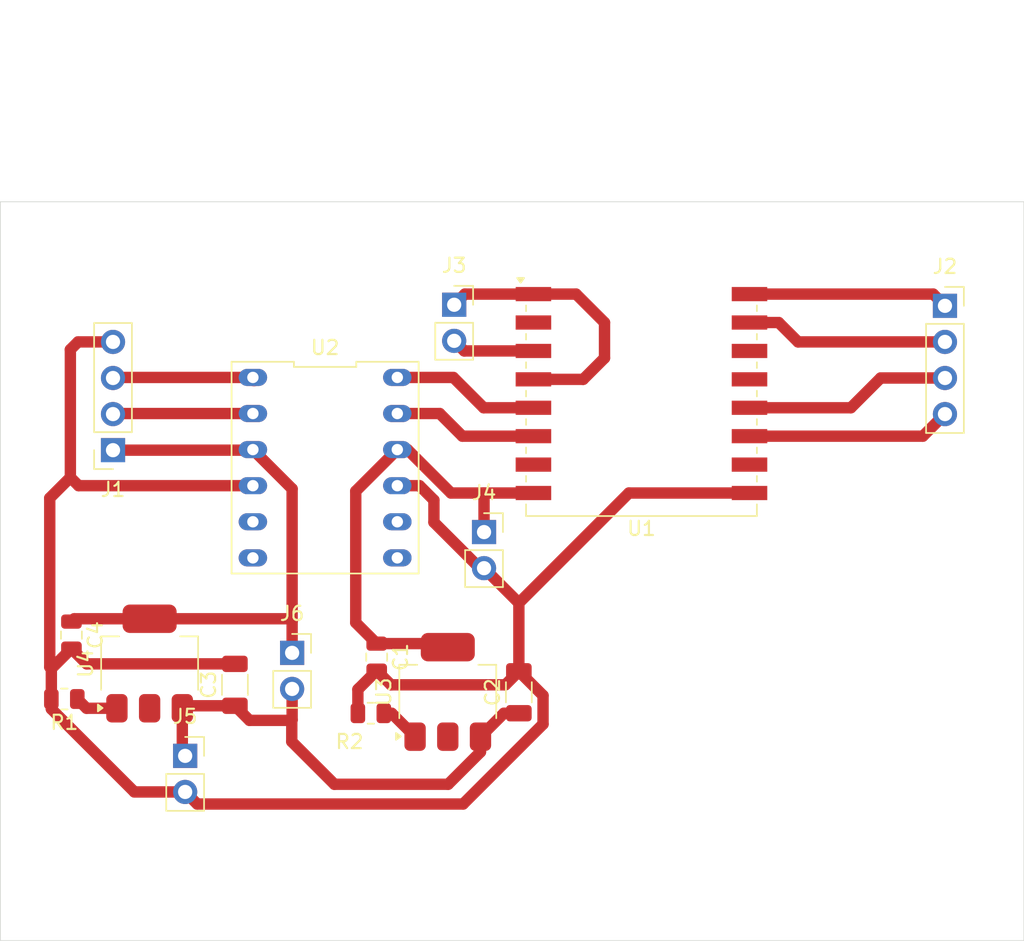
<source format=kicad_pcb>
(kicad_pcb (version 20241229) (generator "pcbnew") (generator_version "9.0")
  (layers (0 "F.Cu" signal) (2 "B.Cu" signal) (13 "F.Paste" user) (15 "B.Paste" user) (5 "F.SilkS" user "F.Silkscreen") (7 "B.SilkS" user "B.Silkscreen") (1 "F.Mask" user) (3 "B.Mask" user) (25 "Edge.Cuts" user))
  (net 0 "")
  (net 1 "GND")
  (net 2 "ECHO H")
  (net 3 "TRIG H")
  (net 4 "+5V")
  (net 5 "GPIO2")
  (net 6 "RX")
  (net 7 "EN")
  (net 8 "TX")
  (net 9 "GPIO0")
  (net 10 "+3.3V")
  (net 11 "RST")
  (net 13 "TRIG L")
  (net 15 "ECHO L")
  (net 23 "VCC")
  (net 24 "Net-(U4-GND)")
  (net 25 "Net-(U3-GND)")
  (footprint "Connector_PinSocket_2.54mm:PinSocket_1x02_P2.54mm_Vertical" (layer "F.Cu") (at 46.525 35.75)
    (property "Reference" "J4" (at 0 -2.77 0) (layer "F.SilkS"))
    (property "Value" "Power 3V")
    (fp_line (start -1.33 1.27) (end -1.33 3.87) (stroke (width 0.12)) (layer "F.SilkS"))
    (fp_line (start -1.33 1.27) (end 1.33 1.27) (stroke (width 0.12)) (layer "F.SilkS"))
    (fp_line (start -1.33 3.87) (end 1.33 3.87) (stroke (width 0.12)) (layer "F.SilkS"))
    (fp_line (start 0 -1.33) (end 1.33 -1.33) (stroke (width 0.12)) (layer "F.SilkS"))
    (fp_line (start 1.33 -1.33) (end 1.33 0) (stroke (width 0.12)) (layer "F.SilkS"))
    (fp_line (start 1.33 1.27) (end 1.33 3.87) (stroke (width 0.12)) (layer "F.SilkS"))
    (pad "1" thru_hole rect (at 0 0) (size 1.7 1.7) (drill 1) (layers "*.Cu" "*.Mask") (net 10 "+3.3V"))
    (pad "2" thru_hole circle (at 0 2.54) (size 1.7 1.7) (drill 1) (layers "*.Cu" "*.Mask") (net 1 "GND"))
  )
  (footprint "Connector_PinSocket_2.54mm:PinSocket_1x02_P2.54mm_Vertical" (layer "F.Cu") (at 25.5 51.5)
    (property "Reference" "J5" (at 0 -2.77 0) (layer "F.SilkS"))
    (property "Value" "Power EXT")
    (fp_line (start -1.33 1.27) (end -1.33 3.87) (stroke (width 0.12)) (layer "F.SilkS"))
    (fp_line (start -1.33 1.27) (end 1.33 1.27) (stroke (width 0.12)) (layer "F.SilkS"))
    (fp_line (start -1.33 3.87) (end 1.33 3.87) (stroke (width 0.12)) (layer "F.SilkS"))
    (fp_line (start 0 -1.33) (end 1.33 -1.33) (stroke (width 0.12)) (layer "F.SilkS"))
    (fp_line (start 1.33 -1.33) (end 1.33 0) (stroke (width 0.12)) (layer "F.SilkS"))
    (fp_line (start 1.33 1.27) (end 1.33 3.87) (stroke (width 0.12)) (layer "F.SilkS"))
    (pad "1" thru_hole rect (at 0 0) (size 1.7 1.7) (drill 1) (layers "*.Cu" "*.Mask") (net 23 "VCC"))
    (pad "2" thru_hole circle (at 0 2.54) (size 1.7 1.7) (drill 1) (layers "*.Cu" "*.Mask") (net 1 "GND"))
  )
  (footprint "Connector_PinSocket_2.54mm:PinSocket_1x04_P2.54mm_Vertical" (layer "F.Cu") (at 78.95 19.825)
    (property "Reference" "J2" (at 0 -2.77 0) (layer "F.SilkS"))
    (property "Value" "Programmer 1")
    (fp_line (start -1.33 1.27) (end -1.33 8.95) (stroke (width 0.12)) (layer "F.SilkS"))
    (fp_line (start -1.33 1.27) (end 1.33 1.27) (stroke (width 0.12)) (layer "F.SilkS"))
    (fp_line (start -1.33 8.95) (end 1.33 8.95) (stroke (width 0.12)) (layer "F.SilkS"))
    (fp_line (start 0 -1.33) (end 1.33 -1.33) (stroke (width 0.12)) (layer "F.SilkS"))
    (fp_line (start 1.33 -1.33) (end 1.33 0) (stroke (width 0.12)) (layer "F.SilkS"))
    (fp_line (start 1.33 1.27) (end 1.33 8.95) (stroke (width 0.12)) (layer "F.SilkS"))
    (pad "1" thru_hole rect (at 0 0) (size 1.7 1.7) (drill 1) (layers "*.Cu" "*.Mask") (net 8 "TX"))
    (pad "2" thru_hole circle (at 0 2.54) (size 1.7 1.7) (drill 1) (layers "*.Cu" "*.Mask") (net 6 "RX"))
    (pad "3" thru_hole circle (at 0 5.08) (size 1.7 1.7) (drill 1) (layers "*.Cu" "*.Mask") (net 9 "GPIO0"))
    (pad "4" thru_hole circle (at 0 7.62) (size 1.7 1.7) (drill 1) (layers "*.Cu" "*.Mask") (net 5 "GPIO2"))
  )
  (footprint "Connector_PinSocket_2.54mm:PinSocket_1x02_P2.54mm_Vertical" (layer "F.Cu") (at 44.425 19.75)
    (property "Reference" "J3" (at 0 -2.77 0) (layer "F.SilkS"))
    (property "Value" "Programmer 2")
    (fp_line (start -1.33 1.27) (end -1.33 3.87) (stroke (width 0.12)) (layer "F.SilkS"))
    (fp_line (start -1.33 1.27) (end 1.33 1.27) (stroke (width 0.12)) (layer "F.SilkS"))
    (fp_line (start -1.33 3.87) (end 1.33 3.87) (stroke (width 0.12)) (layer "F.SilkS"))
    (fp_line (start 0 -1.33) (end 1.33 -1.33) (stroke (width 0.12)) (layer "F.SilkS"))
    (fp_line (start 1.33 -1.33) (end 1.33 0) (stroke (width 0.12)) (layer "F.SilkS"))
    (fp_line (start 1.33 1.27) (end 1.33 3.87) (stroke (width 0.12)) (layer "F.SilkS"))
    (pad "1" thru_hole rect (at 0 0) (size 1.7 1.7) (drill 1) (layers "*.Cu" "*.Mask") (net 11 "RST"))
    (pad "2" thru_hole circle (at 0 2.54) (size 1.7 1.7) (drill 1) (layers "*.Cu" "*.Mask") (net 7 "EN"))
  )
  (footprint "Resistor_SMD:R_0805_2012Metric" (layer "F.Cu") (at 38.5625 48.5 180)
    (property "Reference" "R2" (at 1.5 -2 0) (layer "F.SilkS"))
    (property "Value" "200")
    (fp_line (start -0.227064 0.735) (end 0.227064 0.735) (stroke (width 0.12)) (layer "F.SilkS"))
    (fp_line (start -0.227064 -0.735) (end 0.227064 -0.735) (stroke (width 0.12)) (layer "F.SilkS"))
    (pad "1" smd roundrect (at -0.9125 0 180) (size 1.025 1.4) (layers "F.Cu" "F.Mask" "F.Paste") (roundrect_rratio 0.243902) (net 25 "Net-(U3-GND)"))
    (pad "2" smd roundrect (at 0.9125 0 180) (size 1.025 1.4) (layers "F.Cu" "F.Mask" "F.Paste") (roundrect_rratio 0.243902) (net 1 "GND"))
  )
  (footprint "RF_Module:ESP-07" (layer "F.Cu") (at 57.6 23.9)
    (property "Reference" "U1" (at 0 11.6 0) (layer "F.SilkS"))
    (property "Value" "ESP-07")
    (fp_line (start -8.12 -3.7) (end -8.12 -4.1) (stroke (width 0.12)) (layer "F.SilkS"))
    (fp_line (start -8.12 -1.7) (end -8.12 -2.1) (stroke (width 0.12)) (layer "F.SilkS"))
    (fp_line (start -8.12 0.3) (end -8.12 -0.1) (stroke (width 0.12)) (layer "F.SilkS"))
    (fp_line (start -8.12 2.3) (end -8.12 1.9) (stroke (width 0.12)) (layer "F.SilkS"))
    (fp_line (start -8.12 4.3) (end -8.12 3.9) (stroke (width 0.12)) (layer "F.SilkS"))
    (fp_line (start -8.12 6.3) (end -8.12 5.9) (stroke (width 0.12)) (layer "F.SilkS"))
    (fp_line (start -8.12 8.3) (end -8.12 7.9) (stroke (width 0.12)) (layer "F.SilkS"))
    (fp_line (start -8.12 10.72) (end -8.12 9.9) (stroke (width 0.12)) (layer "F.SilkS"))
    (fp_line (start 8.12 -3.7) (end 8.12 -4.1) (stroke (width 0.12)) (layer "F.SilkS"))
    (fp_line (start 8.12 -1.7) (end 8.12 -2.1) (stroke (width 0.12)) (layer "F.SilkS"))
    (fp_line (start 8.12 0.3) (end 8.12 -0.1) (stroke (width 0.12)) (layer "F.SilkS"))
    (fp_line (start 8.12 2.3) (end 8.12 1.9) (stroke (width 0.12)) (layer "F.SilkS"))
    (fp_line (start 8.12 4.3) (end 8.12 3.9) (stroke (width 0.12)) (layer "F.SilkS"))
    (fp_line (start 8.12 6.3) (end 8.12 5.9) (stroke (width 0.12)) (layer "F.SilkS"))
    (fp_line (start 8.12 8.3) (end 8.12 7.9) (stroke (width 0.12)) (layer "F.SilkS"))
    (fp_line (start 8.12 9.9) (end 8.12 10.72) (stroke (width 0.12)) (layer "F.SilkS"))
    (fp_line (start 8.12 10.72) (end -8.12 10.72) (stroke (width 0.12)) (layer "F.SilkS"))
    (fp_poly (pts (xy -8.5 -5.7) (xy -8.74 -6.036) (xy -8.26 -6.036) (xy -8.5 -5.7)) (stroke (width 0.12)) (fill yes) (layer "F.SilkS"))
    (pad "1" smd rect (at -7.6 -4.9) (size 2.5 1) (layers "F.Cu" "F.Mask" "F.Paste") (net 11 "RST"))
    (pad "2" smd rect (at -7.6 -2.9) (size 2.5 1) (layers "F.Cu" "F.Mask" "F.Paste"))
    (pad "3" smd rect (at -7.6 -0.9) (size 2.5 1) (layers "F.Cu" "F.Mask" "F.Paste") (net 7 "EN"))
    (pad "4" smd rect (at -7.6 1.1) (size 2.5 1) (layers "F.Cu" "F.Mask" "F.Paste") (net 11 "RST"))
    (pad "5" smd rect (at -7.6 3.1) (size 2.5 1) (layers "F.Cu" "F.Mask" "F.Paste") (net 15 "ECHO L"))
    (pad "6" smd rect (at -7.6 5.1) (size 2.5 1) (layers "F.Cu" "F.Mask" "F.Paste") (net 13 "TRIG L"))
    (pad "7" smd rect (at -7.6 7.1) (size 2.5 1) (layers "F.Cu" "F.Mask" "F.Paste"))
    (pad "8" smd rect (at -7.6 9.1) (size 2.5 1) (layers "F.Cu" "F.Mask" "F.Paste") (net 10 "+3.3V"))
    (pad "9" smd rect (at 7.6 9.1) (size 2.5 1) (layers "F.Cu" "F.Mask" "F.Paste") (net 1 "GND"))
    (pad "10" smd rect (at 7.6 7.1) (size 2.5 1) (layers "F.Cu" "F.Mask" "F.Paste"))
    (pad "11" smd rect (at 7.6 5.1) (size 2.5 1) (layers "F.Cu" "F.Mask" "F.Paste") (net 5 "GPIO2"))
    (pad "12" smd rect (at 7.6 3.1) (size 2.5 1) (layers "F.Cu" "F.Mask" "F.Paste") (net 9 "GPIO0"))
    (pad "13" smd rect (at 7.6 1.1) (size 2.5 1) (layers "F.Cu" "F.Mask" "F.Paste"))
    (pad "14" smd rect (at 7.6 -0.9) (size 2.5 1) (layers "F.Cu" "F.Mask" "F.Paste"))
    (pad "15" smd rect (at 7.6 -2.9) (size 2.5 1) (layers "F.Cu" "F.Mask" "F.Paste") (net 6 "RX"))
    (pad "16" smd rect (at 7.6 -4.9) (size 2.5 1) (layers "F.Cu" "F.Mask" "F.Paste") (net 8 "TX"))
  )
  (footprint "Capacitor_SMD:C_1206_3216Metric" (layer "F.Cu") (at 48.975 47.025 90)
    (property "Reference" "C2" (at 0 -1.85 90) (layer "F.SilkS"))
    (property "Value" "4.7uF")
    (fp_line (start -0.711252 -0.91) (end 0.711252 -0.91) (stroke (width 0.12)) (layer "F.SilkS"))
    (fp_line (start -0.711252 0.91) (end 0.711252 0.91) (stroke (width 0.12)) (layer "F.SilkS"))
    (pad "1" smd roundrect (at -1.475 0 90) (size 1.15 1.8) (layers "F.Cu" "F.Mask" "F.Paste") (roundrect_rratio 0.217391) (net 23 "VCC"))
    (pad "2" smd roundrect (at 1.475 0 90) (size 1.15 1.8) (layers "F.Cu" "F.Mask" "F.Paste") (roundrect_rratio 0.217391) (net 1 "GND"))
  )
  (footprint "Capacitor_SMD:C_0805_2012Metric" (layer "F.Cu") (at 17.5 43 -90)
    (property "Reference" "C4" (at 0 -1.68 90) (layer "F.SilkS"))
    (property "Value" "10uF")
    (fp_line (start -0.261252 0.735) (end 0.261252 0.735) (stroke (width 0.12)) (layer "F.SilkS"))
    (fp_line (start -0.261252 -0.735) (end 0.261252 -0.735) (stroke (width 0.12)) (layer "F.SilkS"))
    (pad "1" smd roundrect (at -0.95 0 270) (size 1 1.45) (layers "F.Cu" "F.Mask" "F.Paste") (net 4 "+5V"))
    (pad "2" smd roundrect (at 0.95 0 270) (size 1 1.45) (layers "F.Cu" "F.Mask" "F.Paste") (net 1 "GND"))
  )
  (footprint "personal:LogicLevelConverter_4CH" (layer "F.Cu") (at 35.345 31.215 -90)
    (property "Reference" "U2" (at -8.45 0 0) (layer "F.SilkS"))
    (property "Value" "~")
    (fp_line (start -7.45 6.58) (end 7.45 6.58) (stroke (width 0.12)) (layer "F.SilkS"))
    (fp_line (start 7.45 6.58) (end 7.45 -6.58) (stroke (width 0.12)) (layer "F.SilkS"))
    (fp_line (start -7.45 2.193333) (end -7.45 6.58) (stroke (width 0.12)) (layer "F.SilkS"))
    (fp_line (start -7.09 2.193333) (end -7.45 2.193333) (stroke (width 0.12)) (layer "F.SilkS"))
    (fp_line (start -7.45 -2.193333) (end -7.09 -2.193333) (stroke (width 0.12)) (layer "F.SilkS"))
    (fp_line (start -7.09 -2.193333) (end -7.09 2.193333) (stroke (width 0.12)) (layer "F.SilkS"))
    (fp_line (start -7.45 -6.58) (end -7.45 -2.193333) (stroke (width 0.12)) (layer "F.SilkS"))
    (fp_line (start 7.45 -6.58) (end -7.45 -6.58) (stroke (width 0.12)) (layer "F.SilkS"))
    (pad "1" thru_hole oval (at -6.35 5.08 270) (size 1.2 2) (drill 0.8) (layers "*.Cu" "*.Mask") (net 2 "ECHO H"))
    (pad "2" thru_hole oval (at -3.81 5.08 270) (size 1.2 2) (drill 0.8) (layers "*.Cu" "*.Mask") (net 3 "TRIG H"))
    (pad "3" thru_hole oval (at -1.27 5.08 270) (size 1.2 2) (drill 0.8) (layers "*.Cu" "*.Mask") (net 4 "+5V"))
    (pad "4" thru_hole oval (at 1.27 5.08 270) (size 1.2 2) (drill 0.8) (layers "*.Cu" "*.Mask") (net 1 "GND"))
    (pad "5" thru_hole oval (at 3.81 5.08 270) (size 1.2 2) (drill 0.8) (layers "*.Cu" "*.Mask"))
    (pad "6" thru_hole oval (at 6.35 5.08 270) (size 1.2 2) (drill 0.8) (layers "*.Cu" "*.Mask"))
    (pad "7" thru_hole oval (at 6.35 -5.08 270) (size 1.2 2) (drill 0.8) (layers "*.Cu" "*.Mask"))
    (pad "8" thru_hole oval (at 3.81 -5.08 270) (size 1.2 2) (drill 0.8) (layers "*.Cu" "*.Mask"))
    (pad "9" thru_hole oval (at 1.27 -5.08 270) (size 1.2 2) (drill 0.8) (layers "*.Cu" "*.Mask") (net 1 "GND"))
    (pad "10" thru_hole oval (at -1.27 -5.08 270) (size 1.2 2) (drill 0.8) (layers "*.Cu" "*.Mask") (net 10 "+3.3V"))
    (pad "11" thru_hole oval (at -3.81 -5.08 270) (size 1.2 2) (drill 0.8) (layers "*.Cu" "*.Mask") (net 13 "TRIG L"))
    (pad "12" thru_hole oval (at -6.35 -5.08 270) (size 1.2 2) (drill 0.8) (layers "*.Cu" "*.Mask") (net 15 "ECHO L"))
  )
  (footprint "Capacitor_SMD:C_0805_2012Metric" (layer "F.Cu") (at 38.975 44.55 -90)
    (property "Reference" "C1" (at 0 -1.68 90) (layer "F.SilkS"))
    (property "Value" "10uF")
    (fp_line (start -0.261252 0.735) (end 0.261252 0.735) (stroke (width 0.12)) (layer "F.SilkS"))
    (fp_line (start -0.261252 -0.735) (end 0.261252 -0.735) (stroke (width 0.12)) (layer "F.SilkS"))
    (pad "1" smd roundrect (at -0.95 0 270) (size 1 1.45) (layers "F.Cu" "F.Mask" "F.Paste") (net 10 "+3.3V"))
    (pad "2" smd roundrect (at 0.95 0 270) (size 1 1.45) (layers "F.Cu" "F.Mask" "F.Paste") (net 1 "GND"))
  )
  (footprint "Package_TO_SOT_SMD:SOT-223-3_TabPin2" (layer "F.Cu") (at 43.975 47 90)
    (property "Reference" "U3" (at 0 -4.5 90) (layer "F.SilkS"))
    (property "Value" "AMS1117-3.3")
    (fp_line (start 1.91 -3.41) (end 1.91 -2.15) (stroke (width 0.12)) (layer "F.SilkS"))
    (fp_line (start -1.85 -3.41) (end 1.91 -3.41) (stroke (width 0.12)) (layer "F.SilkS"))
    (fp_line (start 1.91 3.41) (end 1.91 2.15) (stroke (width 0.12)) (layer "F.SilkS"))
    (fp_line (start -1.85 3.41) (end 1.91 3.41) (stroke (width 0.12)) (layer "F.SilkS"))
    (fp_poly (pts (xy -3.13 -3.31) (xy -3.37 -3.64) (xy -2.89 -3.64) (xy -3.13 -3.31)) (stroke (width 0.12)) (fill yes) (layer "F.SilkS"))
    (pad "1" smd roundrect (at -3.15 -2.3 90) (size 2 1.5) (layers "F.Cu" "F.Mask" "F.Paste") (net 25 "Net-(U3-GND)"))
    (pad "2" smd roundrect (at -3.15 0 90) (size 2 1.5) (layers "F.Cu" "F.Mask" "F.Paste") (net 10 "+3.3V"))
    (pad "2" smd roundrect (at 3.15 0 90) (size 2 3.8) (layers "F.Cu" "F.Mask" "F.Paste") (net 10 "+3.3V"))
    (pad "3" smd roundrect (at -3.15 2.3 90) (size 2 1.5) (layers "F.Cu" "F.Mask" "F.Paste") (net 23 "VCC"))
  )
  (footprint "Connector_PinSocket_2.54mm:PinSocket_1x02_P2.54mm_Vertical" (layer "F.Cu") (at 33.025 44.25)
    (property "Reference" "J6" (at 0 -2.77 0) (layer "F.SilkS"))
    (property "Value" "Jumper VCC-5V")
    (fp_line (start -1.33 1.27) (end -1.33 3.87) (stroke (width 0.12)) (layer "F.SilkS"))
    (fp_line (start -1.33 1.27) (end 1.33 1.27) (stroke (width 0.12)) (layer "F.SilkS"))
    (fp_line (start -1.33 3.87) (end 1.33 3.87) (stroke (width 0.12)) (layer "F.SilkS"))
    (fp_line (start 0 -1.33) (end 1.33 -1.33) (stroke (width 0.12)) (layer "F.SilkS"))
    (fp_line (start 1.33 -1.33) (end 1.33 0) (stroke (width 0.12)) (layer "F.SilkS"))
    (fp_line (start 1.33 1.27) (end 1.33 3.87) (stroke (width 0.12)) (layer "F.SilkS"))
    (pad "1" thru_hole rect (at 0 0) (size 1.7 1.7) (drill 1) (layers "*.Cu" "*.Mask") (net 4 "+5V"))
    (pad "2" thru_hole circle (at 0 2.54) (size 1.7 1.7) (drill 1) (layers "*.Cu" "*.Mask") (net 23 "VCC"))
  )
  (footprint "Connector_PinSocket_2.54mm:PinSocket_1x04_P2.54mm_Vertical" (layer "F.Cu") (at 20.425 29.985 180)
    (property "Reference" "J1" (at 0 -2.77 0) (layer "F.SilkS"))
    (property "Value" "AJ-SR04M")
    (fp_line (start 1.33 1.27) (end 1.33 8.95) (stroke (width 0.12)) (layer "F.SilkS"))
    (fp_line (start 1.33 -1.33) (end 1.33 0) (stroke (width 0.12)) (layer "F.SilkS"))
    (fp_line (start 0 -1.33) (end 1.33 -1.33) (stroke (width 0.12)) (layer "F.SilkS"))
    (fp_line (start -1.33 8.95) (end 1.33 8.95) (stroke (width 0.12)) (layer "F.SilkS"))
    (fp_line (start -1.33 1.27) (end 1.33 1.27) (stroke (width 0.12)) (layer "F.SilkS"))
    (fp_line (start -1.33 1.27) (end -1.33 8.95) (stroke (width 0.12)) (layer "F.SilkS"))
    (pad "1" thru_hole rect (at 0 0 180) (size 1.7 1.7) (drill 1) (layers "*.Cu" "*.Mask") (net 4 "+5V"))
    (pad "2" thru_hole circle (at 0 2.54 180) (size 1.7 1.7) (drill 1) (layers "*.Cu" "*.Mask") (net 3 "TRIG H"))
    (pad "3" thru_hole circle (at 0 5.08 180) (size 1.7 1.7) (drill 1) (layers "*.Cu" "*.Mask") (net 2 "ECHO H"))
    (pad "4" thru_hole circle (at 0 7.62 180) (size 1.7 1.7) (drill 1) (layers "*.Cu" "*.Mask") (net 1 "GND"))
  )
  (footprint "Capacitor_SMD:C_1206_3216Metric" (layer "F.Cu") (at 29 46.5 90)
    (property "Reference" "C3" (at 0 -1.85 90) (layer "F.SilkS"))
    (property "Value" "4.7uF" (hide yes))
    (fp_line (start -0.711252 -0.91) (end 0.711252 -0.91) (stroke (width 0.12)) (layer "F.SilkS"))
    (fp_line (start -0.711252 0.91) (end 0.711252 0.91) (stroke (width 0.12)) (layer "F.SilkS"))
    (pad "1" smd roundrect (at -1.475 0 90) (size 1.15 1.8) (layers "F.Cu" "F.Mask" "F.Paste") (roundrect_rratio 0.217391) (net 23 "VCC"))
    (pad "2" smd roundrect (at 1.475 0 90) (size 1.15 1.8) (layers "F.Cu" "F.Mask" "F.Paste") (roundrect_rratio 0.217391) (net 1 "GND"))
  )
  (footprint "Resistor_SMD:R_0805_2012Metric" (layer "F.Cu") (at 17 47.5 180)
    (property "Reference" "R1" (at 0 -1.65 0) (layer "F.SilkS"))
    (property "Value" "200")
    (fp_line (start -0.227064 0.735) (end 0.227064 0.735) (stroke (width 0.12)) (layer "F.SilkS"))
    (fp_line (start -0.227064 -0.735) (end 0.227064 -0.735) (stroke (width 0.12)) (layer "F.SilkS"))
    (pad "1" smd roundrect (at -0.9125 0 180) (size 1.025 1.4) (layers "F.Cu" "F.Mask" "F.Paste") (roundrect_rratio 0.243902) (net 24 "Net-(U4-GND)"))
    (pad "2" smd roundrect (at 0.9125 0 180) (size 1.025 1.4) (layers "F.Cu" "F.Mask" "F.Paste") (roundrect_rratio 0.243902) (net 1 "GND"))
  )
  (footprint "Package_TO_SOT_SMD:SOT-223-3_TabPin2" (layer "F.Cu") (at 23 45 90)
    (property "Reference" "U4" (at 0 -4.5 90) (layer "F.SilkS"))
    (property "Value" "AMS1117-5.0")
    (fp_line (start 1.91 -3.41) (end 1.91 -2.15) (stroke (width 0.12)) (layer "F.SilkS"))
    (fp_line (start -1.85 -3.41) (end 1.91 -3.41) (stroke (width 0.12)) (layer "F.SilkS"))
    (fp_line (start 1.91 3.41) (end 1.91 2.15) (stroke (width 0.12)) (layer "F.SilkS"))
    (fp_line (start -1.85 3.41) (end 1.91 3.41) (stroke (width 0.12)) (layer "F.SilkS"))
    (fp_poly (pts (xy -3.13 -3.31) (xy -3.37 -3.64) (xy -2.89 -3.64) (xy -3.13 -3.31)) (stroke (width 0.12)) (fill yes) (layer "F.SilkS"))
    (pad "1" smd roundrect (at -3.15 -2.3 90) (size 2 1.5) (layers "F.Cu" "F.Mask" "F.Paste") (net 24 "Net-(U4-GND)"))
    (pad "2" smd roundrect (at -3.15 0 90) (size 2 1.5) (layers "F.Cu" "F.Mask" "F.Paste") (net 4 "+5V"))
    (pad "2" smd roundrect (at 3.15 0 90) (size 2 3.8) (layers "F.Cu" "F.Mask" "F.Paste") (net 4 "+5V"))
    (pad "3" smd roundrect (at -3.15 2.3 90) (size 2 1.5) (layers "F.Cu" "F.Mask" "F.Paste") (net 23 "VCC"))
  )
  (gr_rect (start 12.5 12.5) (end 84.5 64.5) (stroke (width 0.05)) (fill no) (layer "Edge.Cuts"))
  (segment (start 18.005 32.485) (end 17.425 31.905) (width 0.8) (layer "F.Cu") (net 1))
  (segment (start 37.65 46.825) (end 37.7375 46.7375) (width 0.8) (layer "F.Cu") (net 1))
  (segment (start 50.676 47.251) (end 48.975 45.55) (width 0.8) (layer "F.Cu") (net 1))
  (segment (start 17.5 43.95) (end 16.0875 45.3625) (width 0.8) (layer "F.Cu") (net 1))
  (segment (start 16.0875 47.5) (end 16.0875 48.2) (width 0.8) (layer "F.Cu") (net 1))
  (segment (start 15.974 33.356) (end 17.425 31.905) (width 0.8) (layer "F.Cu") (net 1))
  (segment (start 25.5 54.04) (end 26.35 54.89) (width 0.8) (layer "F.Cu") (net 1))
  (segment (start 43 35.06) (end 43 33.5) (width 0.8) (layer "F.Cu") (net 1))
  (segment (start 17.425 31.905) (end 17.425 22.905) (width 0.8) (layer "F.Cu") (net 1))
  (segment (start 56.715 33) (end 48.975 40.74) (width 0.8) (layer "F.Cu") (net 1))
  (segment (start 18.575 45.025) (end 17.5 43.95) (width 0.8) (layer "F.Cu") (net 1))
  (segment (start 38.975 45.5) (end 39.975 46.5) (width 0.8) (layer "F.Cu") (net 1))
  (segment (start 16.0875 48.2) (end 21.9275 54.04) (width 0.8) (layer "F.Cu") (net 1))
  (segment (start 16.0875 45.3625) (end 16.0875 47.5) (width 0.8) (layer "F.Cu") (net 1))
  (segment (start 50.676 49.267266) (end 50.676 47.251) (width 0.8) (layer "F.Cu") (net 1))
  (segment (start 39.975 46.5) (end 48.025 46.5) (width 0.8) (layer "F.Cu") (net 1))
  (segment (start 30.265 32.485) (end 18.005 32.485) (width 0.8) (layer "F.Cu") (net 1))
  (segment (start 48.975 40.74) (end 46.525 38.29) (width 0.8) (layer "F.Cu") (net 1))
  (segment (start 43 33.5) (end 41.985 32.485) (width 0.8) (layer "F.Cu") (net 1))
  (segment (start 46.23 38.29) (end 43 35.06) (width 0.8) (layer "F.Cu") (net 1))
  (segment (start 37.7375 46.7375) (end 38.975 45.5) (width 0.8) (layer "F.Cu") (net 1))
  (segment (start 48.975 45.55) (end 48.975 40.74) (width 0.8) (layer "F.Cu") (net 1))
  (segment (start 15.974 45.249) (end 15.974 33.356) (width 0.8) (layer "F.Cu") (net 1))
  (segment (start 29 45.025) (end 18.575 45.025) (width 0.8) (layer "F.Cu") (net 1))
  (segment (start 41.985 32.485) (end 40.425 32.485) (width 0.8) (layer "F.Cu") (net 1))
  (segment (start 26.35 54.89) (end 45.053266 54.89) (width 0.8) (layer "F.Cu") (net 1))
  (segment (start 65.2 33) (end 56.715 33) (width 0.8) (layer "F.Cu") (net 1))
  (segment (start 48.025 46.5) (end 48.975 45.55) (width 0.8) (layer "F.Cu") (net 1))
  (segment (start 21.9275 54.04) (end 25.5 54.04) (width 0.8) (layer "F.Cu") (net 1))
  (segment (start 16.0875 45.3625) (end 15.974 45.249) (width 0.8) (layer "F.Cu") (net 1))
  (segment (start 17.965 22.365) (end 20.425 22.365) (width 0.8) (layer "F.Cu") (net 1))
  (segment (start 46.525 38.29) (end 46.23 38.29) (width 0.8) (layer "F.Cu") (net 1))
  (segment (start 37.65 48.5) (end 37.65 46.825) (width 0.8) (layer "F.Cu") (net 1))
  (segment (start 45.053266 54.89) (end 50.676 49.267266) (width 0.8) (layer "F.Cu") (net 1))
  (segment (start 17.425 22.905) (end 17.965 22.365) (width 0.8) (layer "F.Cu") (net 1))
  (segment (start 30.195 24.945) (end 30.345 25.095) (width 0.8) (layer "F.Cu") (net 2))
  (segment (start 30.265 24.865) (end 20.465 24.865) (width 0.8) (layer "F.Cu") (net 2))
  (segment (start 30.265 24.865) (end 30.265 24.875) (width 0.8) (layer "F.Cu") (net 2))
  (segment (start 30.265 24.875) (end 30.195 24.945) (width 0.8) (layer "F.Cu") (net 2))
  (segment (start 20.465 24.865) (end 20.425 24.905) (width 0.8) (layer "F.Cu") (net 2))
  (segment (start 30.265 27.405) (end 20.465 27.405) (width 0.8) (layer "F.Cu") (net 3))
  (segment (start 20.465 27.405) (end 20.425 27.445) (width 0.8) (layer "F.Cu") (net 3))
  (segment (start 33.025 42) (end 33.025 32.705) (width 0.8) (layer "F.Cu") (net 4))
  (segment (start 23 41.85) (end 32.875 41.85) (width 0.8) (layer "F.Cu") (net 4))
  (segment (start 33.025 44.25) (end 33.025 42) (width 0.8) (layer "F.Cu") (net 4))
  (segment (start 20.425 29.985) (end 30.225 29.985) (width 0.8) (layer "F.Cu") (net 4))
  (segment (start 33.025 32.705) (end 30.265 29.945) (width 0.8) (layer "F.Cu") (net 4))
  (segment (start 23 41.85) (end 17.7 41.85) (width 0.8) (layer "F.Cu") (net 4))
  (segment (start 32.875 41.85) (end 33.025 42) (width 0.8) (layer "F.Cu") (net 4))
  (segment (start 17.7 41.85) (end 17.5 42.05) (width 0.8) (layer "F.Cu") (net 4))
  (segment (start 30.225 29.985) (end 30.265 29.945) (width 0.8) (layer "F.Cu") (net 4))
  (segment (start 65.2 29) (end 77.395 29) (width 0.8) (layer "F.Cu") (net 5))
  (segment (start 77.395 29) (end 78.95 27.445) (width 0.8) (layer "F.Cu") (net 5))
  (segment (start 67.25 21) (end 68.615 22.365) (width 0.8) (layer "F.Cu") (net 6))
  (segment (start 68.615 22.365) (end 78.95 22.365) (width 0.8) (layer "F.Cu") (net 6))
  (segment (start 65.2 21) (end 67.25 21) (width 0.8) (layer "F.Cu") (net 6))
  (segment (start 50 23) (end 45.135 23) (width 0.8) (layer "F.Cu") (net 7))
  (segment (start 45.135 23) (end 44.425 22.29) (width 0.8) (layer "F.Cu") (net 7))
  (segment (start 65.2 19) (end 78.125 19) (width 0.8) (layer "F.Cu") (net 8))
  (segment (start 78.125 19) (end 78.95 19.825) (width 0.8) (layer "F.Cu") (net 8))
  (segment (start 72.33 27) (end 74.425 24.905) (width 0.8) (layer "F.Cu") (net 9))
  (segment (start 74.425 24.905) (end 78.95 24.905) (width 0.8) (layer "F.Cu") (net 9))
  (segment (start 65.2 27) (end 72.33 27) (width 0.8) (layer "F.Cu") (net 9))
  (segment (start 46.525 33.025) (end 46.5 33) (width 0.8) (layer "F.Cu") (net 10))
  (segment (start 37.5 42.125) (end 37.5 32.87) (width 0.8) (layer "F.Cu") (net 10))
  (segment (start 41.14347 29.945) (end 40.425 29.945) (width 0.8) (layer "F.Cu") (net 10))
  (segment (start 50 33) (end 46.5 33) (width 0.8) (layer "F.Cu") (net 10))
  (segment (start 38.975 43.6) (end 37.5 42.125) (width 0.8) (layer "F.Cu") (net 10))
  (segment (start 43.725 43.6) (end 43.975 43.85) (width 0.8) (layer "F.Cu") (net 10))
  (segment (start 46.5 33) (end 44.19847 33) (width 0.8) (layer "F.Cu") (net 10))
  (segment (start 44.19847 33) (end 41.14347 29.945) (width 0.8) (layer "F.Cu") (net 10))
  (segment (start 46.525 35.75) (end 46.525 33.025) (width 0.8) (layer "F.Cu") (net 10))
  (segment (start 37.5 32.87) (end 40.425 29.945) (width 0.8) (layer "F.Cu") (net 10))
  (segment (start 38.975 43.6) (end 43.725 43.6) (width 0.8) (layer "F.Cu") (net 10))
  (segment (start 55 23.5) (end 53.5 25) (width 0.8) (layer "F.Cu") (net 11))
  (segment (start 50 19) (end 53 19) (width 0.8) (layer "F.Cu") (net 11))
  (segment (start 45.175 19) (end 50 19) (width 0.8) (layer "F.Cu") (net 11))
  (segment (start 44.425 19.75) (end 45.175 19) (width 0.8) (layer "F.Cu") (net 11))
  (segment (start 53 19) (end 55 21) (width 0.8) (layer "F.Cu") (net 11))
  (segment (start 55 21) (end 55 23.5) (width 0.8) (layer "F.Cu") (net 11))
  (segment (start 53.5 25) (end 50 25) (width 0.8) (layer "F.Cu") (net 11))
  (segment (start 43.405 27.405) (end 45 29) (width 0.8) (layer "F.Cu") (net 13))
  (segment (start 40.425 27.405) (end 43.405 27.405) (width 0.8) (layer "F.Cu") (net 13))
  (segment (start 45 29) (end 50 29) (width 0.8) (layer "F.Cu") (net 13))
  (segment (start 44.365 24.865) (end 46.5 27) (width 0.8) (layer "F.Cu") (net 15))
  (segment (start 46.5 27) (end 50 27) (width 0.8) (layer "F.Cu") (net 15))
  (segment (start 40.425 24.865) (end 44.365 24.865) (width 0.8) (layer "F.Cu") (net 15))
  (segment (start 46.275 51.225) (end 44 53.5) (width 0.8) (layer "F.Cu") (net 23))
  (segment (start 36 53.5) (end 33 50.5) (width 0.8) (layer "F.Cu") (net 23))
  (segment (start 29 47.975) (end 30.026 49.001) (width 0.8) (layer "F.Cu") (net 23))
  (segment (start 44 53.5) (end 36 53.5) (width 0.8) (layer "F.Cu") (net 23))
  (segment (start 46.275 50.15) (end 46.275 51.225) (width 0.8) (layer "F.Cu") (net 23))
  (segment (start 25.3 48.15) (end 25.3 51.3) (width 0.8) (layer "F.Cu") (net 23))
  (segment (start 33.025 48.975) (end 33 49) (width 0.8) (layer "F.Cu") (net 23))
  (segment (start 29 47.975) (end 25.475 47.975) (width 0.8) (layer "F.Cu") (net 23))
  (segment (start 25.475 47.975) (end 25.3 48.15) (width 0.8) (layer "F.Cu") (net 23))
  (segment (start 33.025 46.79) (end 33.025 48.975) (width 0.8) (layer "F.Cu") (net 23))
  (segment (start 30.026 49.001) (end 33 49.001) (width 0.8) (layer "F.Cu") (net 23))
  (segment (start 48.975 48.5) (end 47.925 48.5) (width 0.8) (layer "F.Cu") (net 23))
  (segment (start 25.3 51.3) (end 25.5 51.5) (width 0.8) (layer "F.Cu") (net 23))
  (segment (start 33 50.5) (end 33 49) (width 0.8) (layer "F.Cu") (net 23))
  (segment (start 47.925 48.5) (end 46.275 50.15) (width 0.8) (layer "F.Cu") (net 23))
  (segment (start 20.7 48.15) (end 18.5625 48.15) (width 0.8) (layer "F.Cu") (net 24))
  (segment (start 18.5625 48.15) (end 17.9125 47.5) (width 0.8) (layer "F.Cu") (net 24))
  (segment (start 40.025 48.5) (end 41.675 50.15) (width 0.8) (layer "F.Cu") (net 25))
  (segment (start 39.475 48.5) (end 40.025 48.5) (width 0.8) (layer "F.Cu") (net 25))
)
</source>
